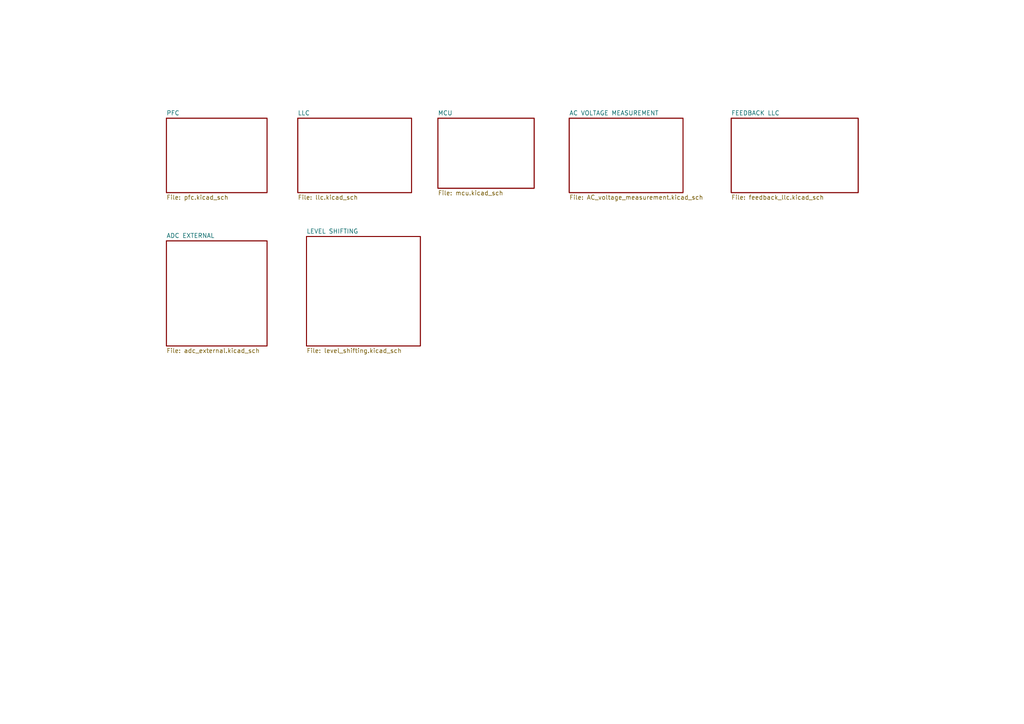
<source format=kicad_sch>
(kicad_sch
	(version 20231120)
	(generator "eeschema")
	(generator_version "8.0")
	(uuid "97d1a1fe-d5a5-4da8-b78a-88a9132d14ad")
	(paper "A4")
	(title_block
		(title "PFC & LLC")
		(date "2024-11-03")
		(rev "Ver 2.0")
		(company "Ho Chi Minh City University of Technology - HCMUT")
		(comment 1 "Design: QUOC THANG - DONG KHOA")
		(comment 2 "PROJECT 2: PFC & LLC - 350W")
	)
	(lib_symbols)
	(sheet
		(at 212.09 34.29)
		(size 36.83 21.59)
		(fields_autoplaced yes)
		(stroke
			(width 0.254)
			(type solid)
		)
		(fill
			(color 0 0 0 0.0000)
		)
		(uuid "1f407dd5-4602-45ac-8c6d-35f151b7baa3")
		(property "Sheetname" "FEEDBACK LLC"
			(at 212.09 33.5276 0)
			(effects
				(font
					(size 1.27 1.27)
				)
				(justify left bottom)
			)
		)
		(property "Sheetfile" "feedback_llc.kicad_sch"
			(at 212.09 56.5154 0)
			(effects
				(font
					(size 1.27 1.27)
				)
				(justify left top)
			)
		)
		(instances
			(project "PFC & LLC"
				(path "/97d1a1fe-d5a5-4da8-b78a-88a9132d14ad"
					(page "6")
				)
			)
		)
	)
	(sheet
		(at 165.1 34.29)
		(size 33.02 21.59)
		(fields_autoplaced yes)
		(stroke
			(width 0.254)
			(type solid)
		)
		(fill
			(color 0 0 0 0.0000)
		)
		(uuid "52d31f6b-fecd-464b-82e3-66e05e655a74")
		(property "Sheetname" "AC VOLTAGE MEASUREMENT"
			(at 165.1 33.5276 0)
			(effects
				(font
					(size 1.27 1.27)
				)
				(justify left bottom)
			)
		)
		(property "Sheetfile" "AC_voltage_measurement.kicad_sch"
			(at 165.1 56.5154 0)
			(effects
				(font
					(size 1.27 1.27)
				)
				(justify left top)
			)
		)
		(instances
			(project "PFC & LLC"
				(path "/97d1a1fe-d5a5-4da8-b78a-88a9132d14ad"
					(page "5")
				)
			)
		)
	)
	(sheet
		(at 48.26 34.29)
		(size 29.21 21.59)
		(fields_autoplaced yes)
		(stroke
			(width 0.254)
			(type solid)
		)
		(fill
			(color 0 0 0 0.0000)
		)
		(uuid "6106324d-c057-439f-845a-26a1ea944ced")
		(property "Sheetname" "PFC"
			(at 48.26 33.5276 0)
			(effects
				(font
					(size 1.27 1.27)
				)
				(justify left bottom)
			)
		)
		(property "Sheetfile" "pfc.kicad_sch"
			(at 48.26 56.5154 0)
			(effects
				(font
					(size 1.27 1.27)
				)
				(justify left top)
			)
		)
		(instances
			(project "PFC & LLC"
				(path "/97d1a1fe-d5a5-4da8-b78a-88a9132d14ad"
					(page "2")
				)
			)
		)
	)
	(sheet
		(at 88.9 68.58)
		(size 33.02 31.75)
		(fields_autoplaced yes)
		(stroke
			(width 0.254)
			(type solid)
		)
		(fill
			(color 0 0 0 0.0000)
		)
		(uuid "9cd95f3e-5010-4970-88ae-b8d7b603fb03")
		(property "Sheetname" "LEVEL SHIFTING"
			(at 88.9 67.8176 0)
			(effects
				(font
					(size 1.27 1.27)
				)
				(justify left bottom)
			)
		)
		(property "Sheetfile" "level_shifting.kicad_sch"
			(at 88.9 100.9654 0)
			(effects
				(font
					(size 1.27 1.27)
				)
				(justify left top)
			)
		)
		(instances
			(project "PFC & LLC"
				(path "/97d1a1fe-d5a5-4da8-b78a-88a9132d14ad"
					(page "8")
				)
			)
		)
	)
	(sheet
		(at 86.36 34.29)
		(size 33.02 21.59)
		(fields_autoplaced yes)
		(stroke
			(width 0.254)
			(type solid)
		)
		(fill
			(color 0 0 0 0.0000)
		)
		(uuid "abcbd5bd-65ad-4ea5-8f4a-1a20491f89cb")
		(property "Sheetname" "LLC"
			(at 86.36 33.5276 0)
			(effects
				(font
					(size 1.27 1.27)
				)
				(justify left bottom)
			)
		)
		(property "Sheetfile" "llc.kicad_sch"
			(at 86.36 56.5154 0)
			(effects
				(font
					(size 1.27 1.27)
				)
				(justify left top)
			)
		)
		(instances
			(project "PFC & LLC"
				(path "/97d1a1fe-d5a5-4da8-b78a-88a9132d14ad"
					(page "3")
				)
			)
		)
	)
	(sheet
		(at 48.26 69.85)
		(size 29.21 30.48)
		(fields_autoplaced yes)
		(stroke
			(width 0.254)
			(type solid)
		)
		(fill
			(color 0 0 0 0.0000)
		)
		(uuid "e834f355-1206-4dc4-b161-ae801911fe6e")
		(property "Sheetname" "ADC EXTERNAL"
			(at 48.26 69.0876 0)
			(effects
				(font
					(size 1.27 1.27)
				)
				(justify left bottom)
			)
		)
		(property "Sheetfile" "adc_external.kicad_sch"
			(at 48.26 100.9654 0)
			(effects
				(font
					(size 1.27 1.27)
				)
				(justify left top)
			)
		)
		(instances
			(project "PFC & LLC"
				(path "/97d1a1fe-d5a5-4da8-b78a-88a9132d14ad"
					(page "7")
				)
			)
		)
	)
	(sheet
		(at 127 34.29)
		(size 27.94 20.32)
		(fields_autoplaced yes)
		(stroke
			(width 0.254)
			(type solid)
		)
		(fill
			(color 0 0 0 0.0000)
		)
		(uuid "fe937b58-ca88-4df5-8fd9-97b7afca1fb0")
		(property "Sheetname" "MCU"
			(at 127 33.5276 0)
			(effects
				(font
					(size 1.27 1.27)
				)
				(justify left bottom)
			)
		)
		(property "Sheetfile" "mcu.kicad_sch"
			(at 127 55.2454 0)
			(effects
				(font
					(size 1.27 1.27)
				)
				(justify left top)
			)
		)
		(instances
			(project "PFC & LLC"
				(path "/97d1a1fe-d5a5-4da8-b78a-88a9132d14ad"
					(page "4")
				)
			)
		)
	)
	(sheet_instances
		(path "/"
			(page "1")
		)
	)
)

</source>
